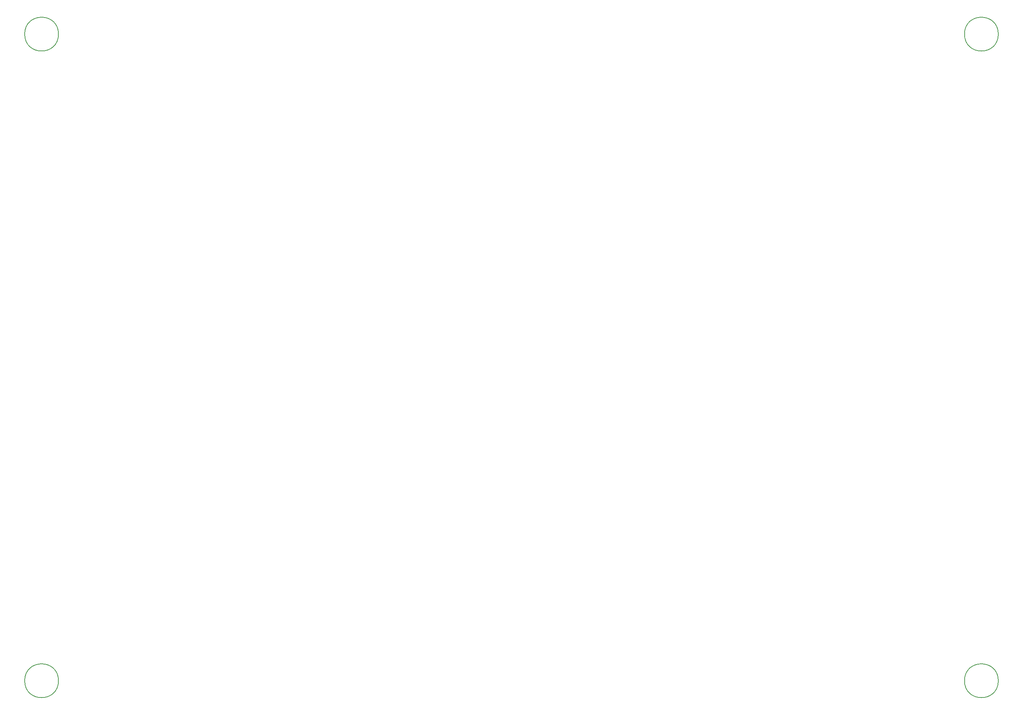
<source format=gbr>
%TF.GenerationSoftware,KiCad,Pcbnew,8.0.3*%
%TF.CreationDate,2024-07-11T21:53:40+02:00*%
%TF.ProjectId,overcycler3,6f766572-6379-4636-9c65-72332e6b6963,2*%
%TF.SameCoordinates,Original*%
%TF.FileFunction,Other,Comment*%
%FSLAX46Y46*%
G04 Gerber Fmt 4.6, Leading zero omitted, Abs format (unit mm)*
G04 Created by KiCad (PCBNEW 8.0.3) date 2024-07-11 21:53:40*
%MOMM*%
%LPD*%
G01*
G04 APERTURE LIST*
%ADD10C,0.150000*%
G04 APERTURE END LIST*
D10*
%TO.C,H4*%
X231990000Y-166460000D02*
G75*
G02*
X223990000Y-166460000I-4000000J0D01*
G01*
X223990000Y-166460000D02*
G75*
G02*
X231990000Y-166460000I4000000J0D01*
G01*
%TO.C,H2*%
X231990000Y-13550000D02*
G75*
G02*
X223990000Y-13550000I-4000000J0D01*
G01*
X223990000Y-13550000D02*
G75*
G02*
X231990000Y-13550000I4000000J0D01*
G01*
%TO.C,H3*%
X9690000Y-166460000D02*
G75*
G02*
X1690000Y-166460000I-4000000J0D01*
G01*
X1690000Y-166460000D02*
G75*
G02*
X9690000Y-166460000I4000000J0D01*
G01*
%TO.C,H1*%
X9690000Y-13550000D02*
G75*
G02*
X1690000Y-13550000I-4000000J0D01*
G01*
X1690000Y-13550000D02*
G75*
G02*
X9690000Y-13550000I4000000J0D01*
G01*
%TD*%
M02*

</source>
